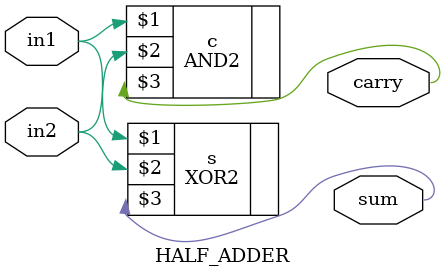
<source format=v>
`include "AND2.v"
`include "XOR2.v"

module HALF_ADDER(
	input in1,
	input in2,
	output sum,
	output carry
);
XOR2 s(in1,in2,sum);
AND2 c(in1,in2,carry);
endmodule

</source>
